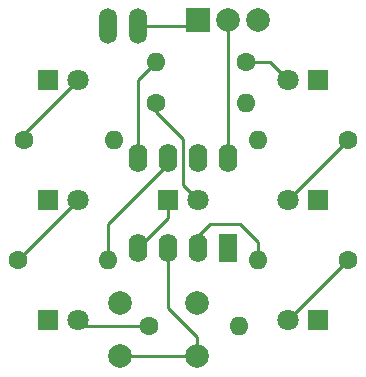
<source format=gbr>
G04 #@! TF.FileFunction,Copper,L1,Top,Signal*
%FSLAX46Y46*%
G04 Gerber Fmt 4.6, Leading zero omitted, Abs format (unit mm)*
G04 Created by KiCad (PCBNEW 4.0.7) date 01/31/18 00:20:31*
%MOMM*%
%LPD*%
G01*
G04 APERTURE LIST*
%ADD10C,0.100000*%
%ADD11R,2.000000X2.000000*%
%ADD12C,2.000000*%
%ADD13C,1.600000*%
%ADD14O,1.600000X1.600000*%
%ADD15O,1.510000X3.010000*%
%ADD16R,1.800000X1.800000*%
%ADD17C,1.800000*%
%ADD18R,1.600000X2.400000*%
%ADD19O,1.600000X2.400000*%
%ADD20C,0.250000*%
G04 APERTURE END LIST*
D10*
D11*
X141732000Y-86868000D03*
D12*
X144272000Y-86868000D03*
X146772000Y-86868000D03*
D13*
X154432000Y-97028000D03*
D14*
X146812000Y-97028000D03*
D12*
X141605000Y-110790600D03*
X141605000Y-115290600D03*
X135105000Y-110790600D03*
X135105000Y-115290600D03*
D13*
X137566400Y-112750600D03*
D14*
X145186400Y-112750600D03*
D15*
X136652000Y-87376000D03*
X134112000Y-87376000D03*
D16*
X129032000Y-91948000D03*
D17*
X131572000Y-91948000D03*
D16*
X129032000Y-102108000D03*
D17*
X131572000Y-102108000D03*
D16*
X129032000Y-112268000D03*
D17*
X131572000Y-112268000D03*
D16*
X139192000Y-102108000D03*
D17*
X141732000Y-102108000D03*
D16*
X151892000Y-91948000D03*
D17*
X149352000Y-91948000D03*
D16*
X151892000Y-102108000D03*
D17*
X149352000Y-102108000D03*
D16*
X151892000Y-112268000D03*
D17*
X149352000Y-112268000D03*
D13*
X127000000Y-97028000D03*
D14*
X134620000Y-97028000D03*
D13*
X126492000Y-107188000D03*
D14*
X134112000Y-107188000D03*
D13*
X138176000Y-93853000D03*
D14*
X145796000Y-93853000D03*
D13*
X145796000Y-90424000D03*
D14*
X138176000Y-90424000D03*
D13*
X154432000Y-107188000D03*
D14*
X146812000Y-107188000D03*
D18*
X144272000Y-106172000D03*
D19*
X136652000Y-98552000D03*
X141732000Y-106172000D03*
X139192000Y-98552000D03*
X139192000Y-106172000D03*
X141732000Y-98552000D03*
X136652000Y-106172000D03*
X144272000Y-98552000D03*
D20*
X141732000Y-87376000D02*
X136652000Y-87376000D01*
X139192000Y-102108000D02*
X139192000Y-103632000D01*
X139192000Y-103632000D02*
X136652000Y-106172000D01*
X127000000Y-97028000D02*
X127000000Y-96520000D01*
X127000000Y-96520000D02*
X131572000Y-91948000D01*
X126492000Y-107188000D02*
X131572000Y-102108000D01*
X137668000Y-112776000D02*
X132080000Y-112776000D01*
X132080000Y-112776000D02*
X131572000Y-112268000D01*
X138176000Y-93853000D02*
X138176000Y-94615000D01*
X138176000Y-94615000D02*
X140462000Y-96901000D01*
X140462000Y-96901000D02*
X140462000Y-100838000D01*
X140462000Y-100838000D02*
X141732000Y-102108000D01*
X145796000Y-90424000D02*
X147828000Y-90424000D01*
X147828000Y-90424000D02*
X149352000Y-91948000D01*
X149352000Y-102108000D02*
X154432000Y-97028000D01*
X149352000Y-112268000D02*
X154432000Y-107188000D01*
X146812000Y-107188000D02*
X146812000Y-105664000D01*
X142748000Y-104140000D02*
X141732000Y-105156000D01*
X145288000Y-104140000D02*
X142748000Y-104140000D01*
X146812000Y-105664000D02*
X145288000Y-104140000D01*
X141732000Y-105156000D02*
X141732000Y-106172000D01*
X139192000Y-98552000D02*
X139192000Y-99060000D01*
X139192000Y-99060000D02*
X134112000Y-104140000D01*
X134112000Y-104140000D02*
X134112000Y-107188000D01*
X136652000Y-98552000D02*
X136652000Y-91948000D01*
X136652000Y-91948000D02*
X138176000Y-90424000D01*
X144272000Y-87376000D02*
X144272000Y-98552000D01*
X139192000Y-111252000D02*
X139192000Y-106172000D01*
X141628000Y-115316000D02*
X141628000Y-113688000D01*
X141628000Y-113688000D02*
X139192000Y-111252000D01*
X135128000Y-115316000D02*
X141628000Y-115316000D01*
M02*

</source>
